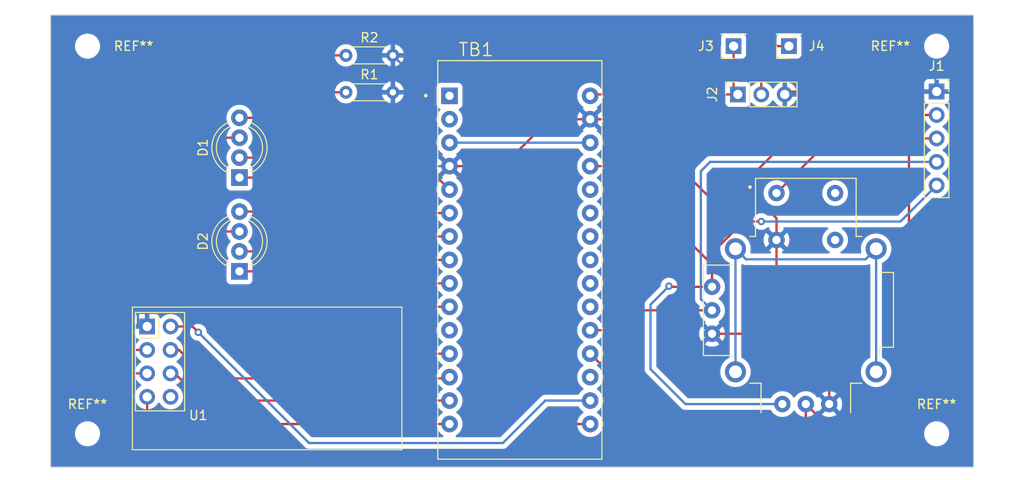
<source format=kicad_pcb>
(kicad_pcb (version 20221018) (generator pcbnew)
  (title_block (title "Chairable Controller") (date "2023-09-27") (rev "0"))
  (layers (0 "F.Cu" signal) (31 "B.Cu" signal) (34 "B.Paste" user) (35 "F.Paste" user) (36 "B.SilkS" user "B.Silkscreen") (37 "F.SilkS" user "F.Silkscreen") (38 "B.Mask" user) (39 "F.Mask" user) (44 "Edge.Cuts" user))
  (net 0 "")
  (net 1 "Net-(D1-BK)")
  (net 2 "Net-(D1-GK)")
  (net 3 "Net-(D1-A)")
  (net 4 "Net-(D1-RK)")
  (net 5 "Net-(D2-BK)")
  (net 6 "Net-(D2-GK)")
  (net 7 "Net-(D2-A)")
  (net 8 "Net-(D2-RK)")
  (net 9 "GND")
  (net 10 "Net-(TB1-3V3)")
  (net 11 "Net-(TB1-D9)")
  (net 12 "Net-(TB1-D10)")
  (net 13 "Net-(TB1-D13{slash}SCK)")
  (net 14 "Net-(TB1-D11{slash}MOSI)")
  (net 15 "Net-(TB1-D12{slash}MISO)")
  (net 19 "unconnected-(TB1-RESET-Pad28)")
  (net 22 "Net-(J1-Pin_2)")
  (net 29 "Net-(J1-Pin_3)")
  (net 30 "Net-(J1-Pin_4)")
  (net 31 "Net-(J2-Pin_1)")
  (net 32 "unconnected-(U2-SHIELD-PadS1)")
  (net 33 "Net-(J2-Pin_2)")
  (net 34 "Net-(J1-Pin_5)")
  (footprint "Connector_PinSocket_2.54mm:PinSocket_1x03_P2.54mm_Vertical" (layer "F.Cu") (at 108.46 78.23 90)
    (fp_text reference "J2" (at 0 -2.77 90) (layer "F.SilkS"))
    (fp_text value "Conn_01x03" hide)
    (fp_line (start -1.33 1.27) (end -1.33 6.41) (stroke (width 0.12)) (layer "F.SilkS"))
    (fp_line (start -1.33 1.27) (end 1.33 1.27) (stroke (width 0.12)) (layer "F.SilkS"))
    (fp_line (start -1.33 6.41) (end 1.33 6.41) (stroke (width 0.12)) (layer "F.SilkS"))
    (fp_line (start 0 -1.33) (end 1.33 -1.33) (stroke (width 0.12)) (layer "F.SilkS"))
    (fp_line (start 1.33 -1.33) (end 1.33 0) (stroke (width 0.12)) (layer "F.SilkS"))
    (fp_line (start 1.33 1.27) (end 1.33 6.41) (stroke (width 0.12)) (layer "F.SilkS"))
    (pad "1" thru_hole rect (at 0 0 90) (size 1.7 1.7) (drill 1) (layers "*.Cu" "*.Mask") (net 31 "Net-(J2-Pin_1)"))
    (pad "2" thru_hole oval (at 0 2.54 90) (size 1.7 1.7) (drill 1) (layers "*.Cu" "*.Mask") (net 33 "Net-(J2-Pin_2)"))
    (pad "3" thru_hole oval (at 0 5.08 90) (size 1.7 1.7) (drill 1) (layers "*.Cu" "*.Mask") (net 9 "GND"))
  )
  (footprint "MountingHole:MountingHole_2.2mm_M2" (layer "F.Cu") (at 130 115)
    (fp_text reference "REF**" (at 0 -3.2) (layer "F.SilkS"))
    (fp_text value "MountingHole_2.2mm_M2")
    (pad "" np_thru_hole circle (at 0 0) (size 2.2 2.2) (drill 2.2) (layers "*.Cu" "*.Mask"))
  )
  (footprint "Resistor_THT:R_Axial_DIN0204_L3.6mm_D1.6mm_P5.08mm_Horizontal" (layer "F.Cu") (at 66 78)
    (fp_text reference "R1" (at 2.54 -1.92) (layer "F.SilkS"))
    (fp_text value "R")
    (fp_line (start 0.62 -0.92) (end 4.46 -0.92) (stroke (width 0.12)) (layer "F.SilkS"))
    (fp_line (start 0.62 0.92) (end 4.46 0.92) (stroke (width 0.12)) (layer "F.SilkS"))
    (pad "1" thru_hole circle (at 0 0) (size 1.4 1.4) (drill 0.7) (layers "*.Cu" "*.Mask") (net 3 "Net-(D1-A)"))
    (pad "2" thru_hole oval (at 5.08 0) (size 1.4 1.4) (drill 0.7) (layers "*.Cu" "*.Mask") (net 9 "GND"))
  )
  (footprint "ARDUINO_NANO:SHIELD_ARDUINO_NANO" (layer "F.Cu") (at 84.8425 96.16)
    (fp_text reference "TB1" (at -4.755 -22.789) (layer "F.SilkS") (effects (font (size 1.4 1.4))))
    (fp_text value "ARDUINO_NANO")
    (fp_line (start -8.89 -21.59) (end 8.89 -21.59) (stroke (width 0.127)) (layer "F.SilkS"))
    (fp_line (start -8.89 21.59) (end -8.89 -21.59) (stroke (width 0.127)) (layer "F.SilkS"))
    (fp_line (start 8.89 -21.59) (end 8.89 21.59) (stroke (width 0.127)) (layer "F.SilkS"))
    (fp_line (start 8.89 21.59) (end -8.89 21.59) (stroke (width 0.127)) (layer "F.SilkS"))
    (fp_circle (center -10.2 -17.8) (end -10.1 -17.8) (stroke (width 0.2)) (fill none) (layer "F.SilkS"))
    (pad "1" thru_hole rect (at -7.62 -17.78) (size 1.8 1.8) (drill 0.9) (layers "*.Cu" "*.Mask"))
    (pad "2" thru_hole circle (at -7.62 -15.24) (size 1.8 1.8) (drill 0.9) (layers "*.Cu" "*.Mask"))
    (pad "3" thru_hole circle (at -7.62 -12.7) (size 1.8 1.8) (drill 0.9) (layers "*.Cu" "*.Mask") (net 19 "unconnected-(TB1-RESET-Pad28)"))
    (pad "4" thru_hole circle (at -7.62 -10.16) (size 1.8 1.8) (drill 0.9) (layers "*.Cu" "*.Mask") (net 9 "GND"))
    (pad "5" thru_hole circle (at -7.62 -7.62) (size 1.8 1.8) (drill 0.9) (layers "*.Cu" "*.Mask") (net 4 "Net-(D1-RK)"))
    (pad "6" thru_hole circle (at -7.62 -5.08) (size 1.8 1.8) (drill 0.9) (layers "*.Cu" "*.Mask") (net 2 "Net-(D1-GK)"))
    (pad "7" thru_hole circle (at -7.62 -2.54) (size 1.8 1.8) (drill 0.9) (layers "*.Cu" "*.Mask") (net 1 "Net-(D1-BK)"))
    (pad "8" thru_hole circle (at -7.62 0) (size 1.8 1.8) (drill 0.9) (layers "*.Cu" "*.Mask") (net 8 "Net-(D2-RK)"))
    (pad "9" thru_hole circle (at -7.62 2.54) (size 1.8 1.8) (drill 0.9) (layers "*.Cu" "*.Mask") (net 6 "Net-(D2-GK)"))
    (pad "10" thru_hole circle (at -7.62 5.08) (size 1.8 1.8) (drill 0.9) (layers "*.Cu" "*.Mask") (net 5 "Net-(D2-BK)"))
    (pad "11" thru_hole circle (at -7.62 7.62) (size 1.8 1.8) (drill 0.9) (layers "*.Cu" "*.Mask"))
    (pad "12" thru_hole circle (at -7.62 10.16) (size 1.8 1.8) (drill 0.9) (layers "*.Cu" "*.Mask") (net 11 "Net-(TB1-D9)"))
    (pad "13" thru_hole circle (at -7.62 12.7) (size 1.8 1.8) (drill 0.9) (layers "*.Cu" "*.Mask") (net 12 "Net-(TB1-D10)"))
    (pad "14" thru_hole circle (at -7.62 15.24) (size 1.8 1.8) (drill 0.9) (layers "*.Cu" "*.Mask") (net 14 "Net-(TB1-D11{slash}MOSI)"))
    (pad "15" thru_hole circle (at -7.62 17.78) (size 1.8 1.8) (drill 0.9) (layers "*.Cu" "*.Mask") (net 15 "Net-(TB1-D12{slash}MISO)"))
    (pad "16" thru_hole circle (at 7.62 17.78) (size 1.8 1.8) (drill 0.9) (layers "*.Cu" "*.Mask") (net 13 "Net-(TB1-D13{slash}SCK)"))
    (pad "17" thru_hole circle (at 7.62 15.24) (size 1.8 1.8) (drill 0.9) (layers "*.Cu" "*.Mask") (net 10 "Net-(TB1-3V3)"))
    (pad "18" thru_hole circle (at 7.62 12.7) (size 1.8 1.8) (drill 0.9) (layers "*.Cu" "*.Mask"))
    (pad "19" thru_hole circle (at 7.62 10.16) (size 1.8 1.8) (drill 0.9) (layers "*.Cu" "*.Mask") (net 29 "Net-(J1-Pin_3)"))
    (pad "20" thru_hole circle (at 7.62 7.62) (size 1.8 1.8) (drill 0.9) (layers "*.Cu" "*.Mask") (net 30 "Net-(J1-Pin_4)"))
    (pad "21" thru_hole circle (at 7.62 5.08) (size 1.8 1.8) (drill 0.9) (layers "*.Cu" "*.Mask"))
    (pad "22" thru_hole circle (at 7.62 2.54) (size 1.8 1.8) (drill 0.9) (layers "*.Cu" "*.Mask"))
    (pad "23" thru_hole circle (at 7.62 0) (size 1.8 1.8) (drill 0.9) (layers "*.Cu" "*.Mask"))
    (pad "24" thru_hole circle (at 7.62 -2.54) (size 1.8 1.8) (drill 0.9) (layers "*.Cu" "*.Mask"))
    (pad "25" thru_hole circle (at 7.62 -5.08) (size 1.8 1.8) (drill 0.9) (layers "*.Cu" "*.Mask"))
    (pad "26" thru_hole circle (at 7.62 -7.62) (size 1.8 1.8) (drill 0.9) (layers "*.Cu" "*.Mask"))
    (pad "27" thru_hole circle (at 7.62 -10.16) (size 1.8 1.8) (drill 0.9) (layers "*.Cu" "*.Mask") (net 34 "Net-(J1-Pin_5)"))
    (pad "28" thru_hole circle (at 7.62 -12.7) (size 1.8 1.8) (drill 0.9) (layers "*.Cu" "*.Mask") (net 19 "unconnected-(TB1-RESET-Pad28)"))
    (pad "29" thru_hole circle (at 7.62 -15.24) (size 1.8 1.8) (drill 0.9) (layers "*.Cu" "*.Mask") (net 9 "GND"))
    (pad "30" thru_hole circle (at 7.62 -17.78) (size 1.8 1.8) (drill 0.9) (layers "*.Cu" "*.Mask") (net 31 "Net-(J2-Pin_1)"))
  )
  (footprint "COM-09032:XDCR_COM-09032" (layer "F.Cu") (at 115.825 101.62)
    (fp_text reference "U2" hide)
    (fp_text value "COM-09032")
    (fp_line (start -11.1 -4.9) (end -7.95 -4.9) (stroke (width 0.127)) (layer "F.SilkS"))
    (fp_line (start -11.1 4.9) (end -11.1 -4.9) (stroke (width 0.127)) (layer "F.SilkS"))
    (fp_line (start -7.95 4.9) (end -11.1 4.9) (stroke (width 0.127)) (layer "F.SilkS"))
    (fp_line (start -7.95 5.17) (end -7.95 4.9) (stroke (width 0.127)) (layer "F.SilkS"))
    (fp_line (start -6.07 -8) (end -5.45 -8) (stroke (width 0.127)) (layer "F.SilkS"))
    (fp_line (start -5.45 -14.3) (end 5.45 -14.3) (stroke (width 0.127)) (layer "F.SilkS"))
    (fp_line (start -5.45 -8) (end -5.45 -14.3) (stroke (width 0.127)) (layer "F.SilkS"))
    (fp_line (start -4.85 7.9) (end -6.07 7.9) (stroke (width 0.127)) (layer "F.SilkS"))
    (fp_line (start -4.85 11.1) (end -4.85 7.9) (stroke (width 0.127)) (layer "F.SilkS"))
    (fp_line (start 4.85 7.9) (end 4.85 11.1) (stroke (width 0.127)) (layer "F.SilkS"))
    (fp_line (start 5.45 -14.3) (end 5.45 -8) (stroke (width 0.127)) (layer "F.SilkS"))
    (fp_line (start 5.45 -8) (end 6.08 -8) (stroke (width 0.127)) (layer "F.SilkS"))
    (fp_line (start 6.08 7.9) (end 4.85 7.9) (stroke (width 0.127)) (layer "F.SilkS"))
    (fp_line (start 7.95 -4.1) (end 9.5 -4.1) (stroke (width 0.127)) (layer "F.SilkS"))
    (fp_line (start 7.95 4) (end 7.95 5.12) (stroke (width 0.127)) (layer "F.SilkS"))
    (fp_line (start 9.5 -4.1) (end 9.5 4) (stroke (width 0.127)) (layer "F.SilkS"))
    (fp_line (start 9.5 4) (end 7.95 4) (stroke (width 0.127)) (layer "F.SilkS"))
    (fp_circle (center -6.05 -13.35) (end -5.95 -13.35) (stroke (width 0.2)) (fill none) (layer "F.SilkS"))
    (pad "B1A" thru_hole circle (at -3.175 -12.7) (size 1.778 1.778) (drill 0.9) (layers "*.Cu" "*.Mask") (net 22 "Net-(J1-Pin_2)"))
    (pad "B1B" thru_hole circle (at 3.175 -12.7) (size 1.778 1.778) (drill 0.9) (layers "*.Cu" "*.Mask"))
    (pad "B2A" thru_hole circle (at -3.175 -7.62) (size 1.778 1.778) (drill 0.9) (layers "*.Cu" "*.Mask") (net 9 "GND"))
    (pad "B2B" thru_hole circle (at 3.175 -7.62) (size 1.778 1.778) (drill 0.9) (layers "*.Cu" "*.Mask"))
    (pad "H1" thru_hole circle (at -2.54 10.16) (size 1.778 1.778) (drill 0.889) (layers "*.Cu" "*.Mask") (net 34 "Net-(J1-Pin_5)"))
    (pad "H2" thru_hole circle (at 0 10.16) (size 1.778 1.778) (drill 0.889) (layers "*.Cu" "*.Mask") (net 29 "Net-(J1-Pin_3)"))
    (pad "H3" thru_hole circle (at 2.54 10.16) (size 1.778 1.778) (drill 0.889) (layers "*.Cu" "*.Mask") (net 9 "GND"))
    (pad "S1" thru_hole circle (at -7.62 -6.6675) (size 2.286 2.286) (drill 1.397) (layers "*.Cu" "*.Mask") (net 32 "unconnected-(U2-SHIELD-PadS1)"))
    (pad "S2" thru_hole circle (at -7.62 6.6675) (size 2.286 2.286) (drill 1.397) (layers "*.Cu" "*.Mask") (net 32 "unconnected-(U2-SHIELD-PadS1)"))
    (pad "S3" thru_hole circle (at 7.62 6.6675) (size 2.286 2.286) (drill 1.397) (layers "*.Cu" "*.Mask") (net 32 "unconnected-(U2-SHIELD-PadS1)"))
    (pad "S4" thru_hole circle (at 7.62 -6.6675) (size 2.286 2.286) (drill 1.397) (layers "*.Cu" "*.Mask") (net 32 "unconnected-(U2-SHIELD-PadS1)"))
    (pad "V1" thru_hole circle (at -10.16 -2.54) (size 1.778 1.778) (drill 0.889) (layers "*.Cu" "*.Mask") (net 34 "Net-(J1-Pin_5)"))
    (pad "V2" thru_hole circle (at -10.16 0) (size 1.778 1.778) (drill 0.889) (layers "*.Cu" "*.Mask") (net 30 "Net-(J1-Pin_4)"))
    (pad "V3" thru_hole circle (at -10.16 2.54) (size 1.778 1.778) (drill 0.889) (layers "*.Cu" "*.Mask") (net 9 "GND"))
  )
  (footprint "Connector_PinSocket_2.54mm:PinSocket_1x01_P2.54mm_Vertical" (layer "F.Cu") (at 114 73 180)
    (fp_text reference "J4" (at -3 0) (layer "F.SilkS"))
    (fp_text value "Conn_01x01")
    (fp_line (start -1.33 1.21) (end -1.33 1.33) (stroke (width 0.12)) (layer "F.SilkS"))
    (fp_line (start -1.33 1.33) (end 1.33 1.33) (stroke (width 0.12)) (layer "F.SilkS"))
    (fp_line (start 0 -1.33) (end 1.33 -1.33) (stroke (width 0.12)) (layer "F.SilkS"))
    (fp_line (start 1.33 -1.33) (end 1.33 0) (stroke (width 0.12)) (layer "F.SilkS"))
    (fp_line (start 1.33 1.21) (end 1.33 1.33) (stroke (width 0.12)) (layer "F.SilkS"))
    (pad "1" thru_hole rect (at 0 0 180) (size 1.7 1.7) (drill 1) (layers "*.Cu" "*.Mask") (net 33 "Net-(J2-Pin_2)"))
  )
  (footprint "Connector_PinSocket_2.54mm:PinSocket_1x05_P2.54mm_Vertical" (layer "F.Cu") (at 130 77.92)
    (fp_text reference "J1" (at 0 -2.77) (layer "F.SilkS"))
    (fp_text value "Conn_01x05")
    (fp_line (start -1.33 1.27) (end -1.33 11.49) (stroke (width 0.12)) (layer "F.SilkS"))
    (fp_line (start -1.33 1.27) (end 1.33 1.27) (stroke (width 0.12)) (layer "F.SilkS"))
    (fp_line (start -1.33 11.49) (end 1.33 11.49) (stroke (width 0.12)) (layer "F.SilkS"))
    (fp_line (start 0 -1.33) (end 1.33 -1.33) (stroke (width 0.12)) (layer "F.SilkS"))
    (fp_line (start 1.33 -1.33) (end 1.33 0) (stroke (width 0.12)) (layer "F.SilkS"))
    (fp_line (start 1.33 1.27) (end 1.33 11.49) (stroke (width 0.12)) (layer "F.SilkS"))
    (pad "1" thru_hole rect (at 0 0) (size 1.7 1.7) (drill 1) (layers "*.Cu" "*.Mask") (net 9 "GND"))
    (pad "2" thru_hole oval (at 0 2.54) (size 1.7 1.7) (drill 1) (layers "*.Cu" "*.Mask") (net 22 "Net-(J1-Pin_2)"))
    (pad "3" thru_hole oval (at 0 5.08) (size 1.7 1.7) (drill 1) (layers "*.Cu" "*.Mask") (net 29 "Net-(J1-Pin_3)"))
    (pad "4" thru_hole oval (at 0 7.62) (size 1.7 1.7) (drill 1) (layers "*.Cu" "*.Mask") (net 30 "Net-(J1-Pin_4)"))
    (pad "5" thru_hole oval (at 0 10.16) (size 1.7 1.7) (drill 1) (layers "*.Cu" "*.Mask") (net 34 "Net-(J1-Pin_5)"))
  )
  (footprint "Resistor_THT:R_Axial_DIN0204_L3.6mm_D1.6mm_P5.08mm_Horizontal" (layer "F.Cu") (at 66 74)
    (fp_text reference "R2" (at 2.54 -1.92) (layer "F.SilkS"))
    (fp_text value "R")
    (fp_line (start 0.62 -0.92) (end 4.46 -0.92) (stroke (width 0.12)) (layer "F.SilkS"))
    (fp_line (start 0.62 0.92) (end 4.46 0.92) (stroke (width 0.12)) (layer "F.SilkS"))
    (pad "1" thru_hole circle (at 0 0) (size 1.4 1.4) (drill 0.7) (layers "*.Cu" "*.Mask") (net 7 "Net-(D2-A)"))
    (pad "2" thru_hole oval (at 5.08 0) (size 1.4 1.4) (drill 0.7) (layers "*.Cu" "*.Mask") (net 9 "GND"))
  )
  (footprint "LED_THT:LED_D5.0mm-4_RGB_Wide_Pins" (layer "F.Cu") (at 54.4625 87.24 90)
    (fp_text reference "D1" (at 3.2385 -3.96 90) (layer "F.SilkS"))
    (fp_text value "LED_BGAR")
    (fp_line (start 0.6785 -1.545) (end 0.6785 -1.08) (stroke (width 0.12)) (layer "F.SilkS"))
    (fp_line (start 0.6785 1.08) (end 0.6785 1.545) (stroke (width 0.12)) (layer "F.SilkS"))
    (fp_arc (start 0.6785 -1.54483) (mid 3.496956 -2.978809) (end 6.026315 -1.080827) (stroke (width 0.12)) (layer "F.SilkS"))
    (fp_arc (start 0.983816 -1.08) (mid 3.238262 -2.5) (end 5.492979 -1.080429) (stroke (width 0.12)) (layer "F.SilkS"))
    (fp_arc (start 5.492979 1.080429) (mid 3.238262 2.5) (end 0.983816 1.08) (stroke (width 0.12)) (layer "F.SilkS"))
    (fp_arc (start 6.026315 1.080827) (mid 3.496956 2.978808) (end 0.6785 1.54483) (stroke (width 0.12)) (layer "F.SilkS"))
    (pad "1" thru_hole rect (at 0 0 90) (size 1.8 1.8) (drill 0.9) (layers "*.Cu" "*.Mask") (net 1 "Net-(D1-BK)"))
    (pad "2" thru_hole circle (at 2.159 0 90) (size 1.8 1.8) (drill 0.9) (layers "*.Cu" "*.Mask") (net 2 "Net-(D1-GK)"))
    (pad "3" thru_hole circle (at 4.318 0 90) (size 1.8 1.8) (drill 0.9) (layers "*.Cu" "*.Mask") (net 3 "Net-(D1-A)"))
    (pad "4" thru_hole circle (at 6.477 0 90) (size 1.8 1.8) (drill 0.9) (layers "*.Cu" "*.Mask") (net 4 "Net-(D1-RK)"))
  )
  (footprint "Connector_PinSocket_2.54mm:PinSocket_1x01_P2.54mm_Vertical" (layer "F.Cu") (at 108 73 180)
    (fp_text reference "J3" (at 3 0) (layer "F.SilkS"))
    (fp_text value "Conn_01x01")
    (fp_line (start -1.33 1.21) (end -1.33 1.33) (stroke (width 0.12)) (layer "F.SilkS"))
    (fp_line (start -1.33 1.33) (end 1.33 1.33) (stroke (width 0.12)) (layer "F.SilkS"))
    (fp_line (start 0 -1.33) (end 1.33 -1.33) (stroke (width 0.12)) (layer "F.SilkS"))
    (fp_line (start 1.33 -1.33) (end 1.33 0) (stroke (width 0.12)) (layer "F.SilkS"))
    (fp_line (start 1.33 1.21) (end 1.33 1.33) (stroke (width 0.12)) (layer "F.SilkS"))
    (pad "1" thru_hole rect (at 0 0 180) (size 1.7 1.7) (drill 1) (layers "*.Cu" "*.Mask") (net 31 "Net-(J2-Pin_1)"))
  )
  (footprint "LED_THT:LED_D5.0mm-4_RGB_Wide_Pins" (layer "F.Cu") (at 54.4625 97.399 90)
    (fp_text reference "D2" (at 3.2385 -3.96 90) (layer "F.SilkS"))
    (fp_text value "LED_BGAR")
    (fp_line (start 0.6785 -1.545) (end 0.6785 -1.08) (stroke (width 0.12)) (layer "F.SilkS"))
    (fp_line (start 0.6785 1.08) (end 0.6785 1.545) (stroke (width 0.12)) (layer "F.SilkS"))
    (fp_arc (start 0.6785 -1.54483) (mid 3.496956 -2.978809) (end 6.026315 -1.080827) (stroke (width 0.12)) (layer "F.SilkS"))
    (fp_arc (start 0.983816 -1.08) (mid 3.238262 -2.5) (end 5.492979 -1.080429) (stroke (width 0.12)) (layer "F.SilkS"))
    (fp_arc (start 5.492979 1.080429) (mid 3.238262 2.5) (end 0.983816 1.08) (stroke (width 0.12)) (layer "F.SilkS"))
    (fp_arc (start 6.026315 1.080827) (mid 3.496956 2.978808) (end 0.6785 1.54483) (stroke (width 0.12)) (layer "F.SilkS"))
    (pad "1" thru_hole rect (at 0 0 90) (size 1.8 1.8) (drill 0.9) (layers "*.Cu" "*.Mask") (net 5 "Net-(D2-BK)"))
    (pad "2" thru_hole circle (at 2.159 0 90) (size 1.8 1.8) (drill 0.9) (layers "*.Cu" "*.Mask") (net 6 "Net-(D2-GK)"))
    (pad "3" thru_hole circle (at 4.318 0 90) (size 1.8 1.8) (drill 0.9) (layers "*.Cu" "*.Mask") (net 7 "Net-(D2-A)"))
    (pad "4" thru_hole circle (at 6.477 0 90) (size 1.8 1.8) (drill 0.9) (layers "*.Cu" "*.Mask") (net 8 "Net-(D2-RK)"))
  )
  (footprint "MountingHole:MountingHole_2.2mm_M2" (layer "F.Cu") (at 38 115)
    (fp_text reference "REF**" (at 0 -3.2) (layer "F.SilkS"))
    (fp_text value "MountingHole_2.2mm_M2")
    (pad "" np_thru_hole circle (at 0 0) (size 2.2 2.2) (drill 2.2) (layers "*.Cu" "*.Mask"))
  )
  (footprint "MountingHole:MountingHole_2.2mm_M2" (layer "F.Cu") (at 130 73)
    (fp_text reference "REF**" (at -5 0) (layer "F.SilkS"))
    (fp_text value "MountingHole_2.2mm_M2")
    (pad "" np_thru_hole circle (at 0 0) (size 2.2 2.2) (drill 2.2) (layers "*.Cu" "*.Mask"))
  )
  (footprint "RF_Module:nRF24L01_Breakout" (layer "F.Cu") (at 44.46 103.375)
    (fp_text reference "U1" (at 5.54 9.625) (layer "F.SilkS"))
    (fp_text value "NRF24L01_Breakout")
    (fp_line (start -1.6 -2.1) (end -1.6 -2.1) (stroke (width 0.12)) (layer "F.SilkS"))
    (fp_line (start -1.6 -2.1) (end 27.6 -2.1) (stroke (width 0.12)) (layer "F.SilkS"))
    (fp_line (start -1.6 13.35) (end -1.6 -2.1) (stroke (width 0.12)) (layer "F.SilkS"))
    (fp_line (start -1.27 -1.524) (end -1.27 -1.524) (stroke (width 0.12)) (layer "F.SilkS"))
    (fp_line (start -1.27 -1.524) (end 4.064 -1.524) (stroke (width 0.12)) (layer "F.SilkS"))
    (fp_line (start -1.27 9.144) (end -1.27 -1.524) (stroke (width 0.12)) (layer "F.SilkS"))
    (fp_line (start -1.27 9.144) (end -1.27 9.144) (stroke (width 0.12)) (layer "F.SilkS"))
    (fp_line (start -1.016 1.27) (end -1.016 1.27) (stroke (width 0.12)) (layer "F.SilkS"))
    (fp_line (start 1.27 -1.016) (end 1.27 1.27) (stroke (width 0.12)) (layer "F.SilkS"))
    (fp_line (start 1.27 1.27) (end -1.016 1.27) (stroke (width 0.12)) (layer "F.SilkS"))
    (fp_line (start 4.064 -1.524) (end 4.064 9.144) (stroke (width 0.12)) (layer "F.SilkS"))
    (fp_line (start 4.064 9.144) (end -1.27 9.144) (stroke (width 0.12)) (layer "F.SilkS"))
    (fp_line (start 27.6 -2.1) (end 27.6 13.35) (stroke (width 0.12)) (layer "F.SilkS"))
    (fp_line (start 27.6 13.35) (end -1.6 13.35) (stroke (width 0.12)) (layer "F.SilkS"))
    (pad "1" thru_hole rect (at 0 0) (size 1.7 1.7) (drill 1) (layers "*.Cu" "*.Mask") (net 9 "GND"))
    (pad "2" thru_hole circle (at 2.54 0) (size 1.7 1.7) (drill 1) (layers "*.Cu" "*.Mask") (net 10 "Net-(TB1-3V3)"))
    (pad "3" thru_hole circle (at 0 2.54) (size 1.7 1.7) (drill 1) (layers "*.Cu" "*.Mask") (net 11 "Net-(TB1-D9)"))
    (pad "4" thru_hole circle (at 2.54 2.54) (size 1.7 1.7) (drill 1) (layers "*.Cu" "*.Mask") (net 12 "Net-(TB1-D10)"))
    (pad "5" thru_hole circle (at 0 5.08) (size 1.7 1.7) (drill 1) (layers "*.Cu" "*.Mask") (net 13 "Net-(TB1-D13{slash}SCK)"))
    (pad "6" thru_hole circle (at 2.54 5.08) (size 1.7 1.7) (drill 1) (layers "*.Cu" "*.Mask") (net 14 "Net-(TB1-D11{slash}MOSI)"))
    (pad "7" thru_hole circle (at 0 7.62) (size 1.7 1.7) (drill 1) (layers "*.Cu" "*.Mask") (net 15 "Net-(TB1-D12{slash}MISO)"))
    (pad "8" thru_hole circle (at 2.54 7.62) (size 1.7 1.7) (drill 1) (layers "*.Cu" "*.Mask"))
  )
  (footprint "MountingHole:MountingHole_2.2mm_M2" (layer "F.Cu") (at 38 73)
    (fp_text reference "REF**" (at 5 0) (layer "F.SilkS"))
    (fp_text value "MountingHole_2.2mm_M2")
    (pad "" np_thru_hole circle (at 0 0) (size 2.2 2.2) (drill 2.2) (layers "*.Cu" "*.Mask"))
  )
  (gr_rect (start 34 69.62) (end 134 118.62) (stroke (width 0.1)) (fill none) (layer "Edge.Cuts"))
  (segment (start 67.24 87.24) (end 73.62 93.62) (width 0.25) (layer "F.Cu") (net 1))
  (segment (start 54.4625 87.24) (end 67.24 87.24) (width 0.25) (layer "F.Cu") (net 1))
  (segment (start 73.62 93.62) (end 77.2225 93.62) (width 0.25) (layer "F.Cu") (net 1))
  (segment (start 74.08 91.08) (end 77.2225 91.08) (width 0.25) (layer "F.Cu") (net 2))
  (segment (start 54.4625 85.081) (end 68.081 85.081) (width 0.25) (layer "F.Cu") (net 2))
  (segment (start 68.081 85.081) (end 74.08 91.08) (width 0.25) (layer "F.Cu") (net 2))
  (segment (start 50.4625 82.922) (end 49.4625 81.922) (width 0.25) (layer "F.Cu") (net 3))
  (segment (start 66 78) (end 50.4625 78) (width 0.25) (layer "F.Cu") (net 3))
  (segment (start 49.4625 81.922) (end 49.4625 79) (width 0.25) (layer "F.Cu") (net 3))
  (segment (start 54.4625 82.922) (end 50.4625 82.922) (width 0.25) (layer "F.Cu") (net 3))
  (segment (start 50.4625 78) (end 49.4625 79) (width 0.25) (layer "F.Cu") (net 3))
  (segment (start 54.4625 80.763) (end 61.763 80.763) (width 0.25) (layer "F.Cu") (net 4))
  (segment (start 70.6825 82) (end 77.2225 88.54) (width 0.25) (layer "F.Cu") (net 4))
  (segment (start 63 82) (end 70.6825 82) (width 0.25) (layer "F.Cu") (net 4))
  (segment (start 61.763 80.763) (end 63 82) (width 0.25) (layer "F.Cu") (net 4))
  (segment (start 70.24 101.24) (end 77.2225 101.24) (width 0.25) (layer "F.Cu") (net 5))
  (segment (start 54.4625 97.399) (end 66.399 97.399) (width 0.25) (layer "F.Cu") (net 5))
  (segment (start 66.399 97.399) (end 70.24 101.24) (width 0.25) (layer "F.Cu") (net 5))
  (segment (start 54.4625 95.24) (end 69.24 95.24) (width 0.25) (layer "F.Cu") (net 6))
  (segment (start 69.24 95.24) (end 72.7 98.7) (width 0.25) (layer "F.Cu") (net 6))
  (segment (start 72.7 98.7) (end 77.2225 98.7) (width 0.25) (layer "F.Cu") (net 6))
  (segment (start 50.6215 93.081) (end 54.4625 93.081) (width 0.25) (layer "F.Cu") (net 7))
  (segment (start 48 90.4595) (end 50.6215 93.081) (width 0.25) (layer "F.Cu") (net 7))
  (segment (start 48 78) (end 48 90.4595) (width 0.25) (layer "F.Cu") (net 7))
  (segment (start 52 74) (end 48 78) (width 0.25) (layer "F.Cu") (net 7))
  (segment (start 66 74) (end 52 74) (width 0.25) (layer "F.Cu") (net 7))
  (segment (start 67.922 90.922) (end 73.16 96.16) (width 0.25) (layer "F.Cu") (net 8))
  (segment (start 54.4625 90.922) (end 67.922 90.922) (width 0.25) (layer "F.Cu") (net 8))
  (segment (start 73.16 96.16) (end 77.2225 96.16) (width 0.25) (layer "F.Cu") (net 8))
  (segment (start 96.92 80.92) (end 92.4625 80.92) (width 0.25) (layer "F.Cu") (net 9))
  (segment (start 112.65 91.65) (end 111 90) (width 0.25) (layer "F.Cu") (net 9))
  (segment (start 88.08 80.92) (end 92.4625 80.92) (width 0.25) (layer "F.Cu") (net 9))
  (segment (start 118.365 104.365) (end 115 101) (width 0.25) (layer "F.Cu") (net 9))
  (segment (start 130 77.92) (end 113.85 77.92) (width 0.25) (layer "F.Cu") (net 9))
  (segment (start 118.365 111.78) (end 118.365 104.365) (width 0.25) (layer "F.Cu") (net 9))
  (segment (start 113.54 83.46) (end 113.54 78.23) (width 0.25) (layer "F.Cu") (net 9))
  (segment (start 115 101) (end 112.65 101) (width 0.25) (layer "F.Cu") (net 9))
  (segment (start 111 90) (end 107 90) (width 0.25) (layer "F.Cu") (net 9))
  (segment (start 77.2225 86) (end 83 86) (width 0.25) (layer "F.Cu") (net 9))
  (segment (start 106 90) (end 96.92 80.92) (width 0.25) (layer "F.Cu") (net 9))
  (segment (start 112.65 94) (end 112.65 91.65) (width 0.25) (layer "F.Cu") (net 9))
  (segment (start 83 86) (end 88.08 80.92) (width 0.25) (layer "F.Cu") (net 9))
  (segment (start 112.65 101) (end 112.65 94) (width 0.25) (layer "F.Cu") (net 9))
  (segment (start 105.665 104.16) (end 110.84 104.16) (width 0.25) (layer "F.Cu") (net 9))
  (segment (start 107 90) (end 113.54 83.46) (width 0.25) (layer "F.Cu") (net 9))
  (segment (start 107 90) (end 106 90) (width 0.25) (layer "F.Cu") (net 9))
  (segment (start 113.85 77.92) (end 113.54 78.23) (width 0.25) (layer "F.Cu") (net 9))
  (segment (start 112.65 102.35) (end 112.65 101) (width 0.25) (layer "F.Cu") (net 9))
  (segment (start 110.84 104.16) (end 112.65 102.35) (width 0.25) (layer "F.Cu") (net 9))
  (segment (start 66 95) (end 66 90) (width 0.25) (layer "B.Cu") (net 9))
  (segment (start 71 86) (end 74 86) (width 0.25) (layer "B.Cu") (net 9))
  (segment (start 71.08 74) (end 74 76.92) (width 0.25) (layer "B.Cu") (net 9))
  (segment (start 43.46 100.74875) (end 44.20875 100) (width 0.25) (layer "B.Cu") (net 9))
  (segment (start 71.08 78) (end 71.08 85.92) (width 0.25) (layer "B.Cu") (net 9))
  (segment (start 74 76.92) (end 74 86) (width 0.25) (layer "B.Cu") (net 9))
  (segment (start 70 86) (end 71 86) (width 0.25) (layer "B.Cu") (net 9))
  (segment (start 61 100) (end 66 95) (width 0.25) (layer "B.Cu") (net 9))
  (segment (start 74 86) (end 77.2225 86) (width 0.25) (layer "B.Cu") (net 9))
  (segment (start 66 90) (end 70 86) (width 0.25) (layer "B.Cu") (net 9))
  (segment (start 44.20875 100) (end 61 100) (width 0.25) (layer "B.Cu") (net 9))
  (segment (start 43.46 103.375) (end 43.46 100.74875) (width 0.25) (layer "B.Cu") (net 9))
  (segment (start 71.08 85.92) (end 71 86) (width 0.25) (layer "B.Cu") (net 9))
  (segment (start 47 103.375) (end 49.375 103.375) (width 0.25) (layer "F.Cu") (net 10))
  (segment (start 49.375 103.375) (end 50 104) (width 0.25) (layer "F.Cu") (net 10))
  (via (at 50 104) (size 0.8) (drill 0.4) (layers "F.Cu" "B.Cu") (net 10))
  (segment (start 50 104) (end 62 116) (width 0.25) (layer "B.Cu") (net 10))
  (segment (start 62 116) (end 83 116) (width 0.25) (layer "B.Cu") (net 10))
  (segment (start 87.6 111.4) (end 92.4625 111.4) (width 0.25) (layer "B.Cu") (net 10))
  (segment (start 83 116) (end 87.6 111.4) (width 0.25) (layer "B.Cu") (net 10))
  (segment (start 42 100) (end 43 99) (width 0.25) (layer "F.Cu") (net 11))
  (segment (start 43 99) (end 63 99) (width 0.25) (layer "F.Cu") (net 11))
  (segment (start 70.32 106.32) (end 77.2225 106.32) (width 0.25) (layer "F.Cu") (net 11))
  (segment (start 44.46 105.915) (end 43 105.915) (width 0.25) (layer "F.Cu") (net 11))
  (segment (start 43 105.915) (end 42 104.915) (width 0.25) (layer "F.Cu") (net 11))
  (segment (start 63 99) (end 70.32 106.32) (width 0.25) (layer "F.Cu") (net 11))
  (segment (start 42 104.915) (end 42 100) (width 0.25) (layer "F.Cu") (net 11))
  (segment (start 47.915 105.915) (end 47 105.915) (width 0.25) (layer "F.Cu") (net 12))
  (segment (start 77.2225 108.86) (end 77.0825 109) (width 0.25) (layer "F.Cu") (net 12))
  (segment (start 51 109) (end 47.915 105.915) (width 0.25) (layer "F.Cu") (net 12))
  (segment (start 77.0825 109) (end 51 109) (width 0.25) (layer "F.Cu") (net 12))
  (segment (start 42.545 108.455) (end 44.46 108.455) (width 0.25) (layer "F.Cu") (net 13))
  (segment (start 89.06 113.94) (end 86 117) (width 0.25) (layer "F.Cu") (net 13))
  (segment (start 50 116) (end 43 116) (width 0.25) (layer "F.Cu") (net 13))
  (segment (start 86 117) (end 51 117) (width 0.25) (layer "F.Cu") (net 13))
  (segment (start 43 116) (end 42 115) (width 0.25) (layer "F.Cu") (net 13))
  (segment (start 51 117) (end 50 116) (width 0.25) (layer "F.Cu") (net 13))
  (segment (start 42 115) (end 42 109) (width 0.25) (layer "F.Cu") (net 13))
  (segment (start 92.4625 113.94) (end 89.06 113.94) (width 0.25) (layer "F.Cu") (net 13))
  (segment (start 42 109) (end 42.545 108.455) (width 0.25) (layer "F.Cu") (net 13))
  (segment (start 50.4 111.4) (end 77.2225 111.4) (width 0.25) (layer "F.Cu") (net 14))
  (segment (start 47 108.455) (end 47.455 108.455) (width 0.25) (layer "F.Cu") (net 14))
  (segment (start 47.455 108.455) (end 50.4 111.4) (width 0.25) (layer "F.Cu") (net 14))
  (segment (start 44.46 113.46) (end 44.94 113.94) (width 0.25) (layer "F.Cu") (net 15))
  (segment (start 44.94 113.94) (end 77.2225 113.94) (width 0.25) (layer "F.Cu") (net 15))
  (segment (start 44.46 110.995) (end 44.46 113.46) (width 0.25) (layer "F.Cu") (net 15))
  (segment (start 77.2225 83.46) (end 92.4625 83.46) (width 0.25) (layer "B.Cu") (net 19))
  (segment (start 121.11 80.46) (end 130 80.46) (width 0.25) (layer "F.Cu") (net 22))
  (segment (start 112.65 88.92) (end 121.11 80.46) (width 0.25) (layer "F.Cu") (net 22))
  (segment (start 115.825 111.78) (end 118.045 114) (width 0.25) (layer "F.Cu") (net 29))
  (segment (start 118.045 114) (end 126 114) (width 0.25) (layer "F.Cu") (net 29))
  (segment (start 127 113) (end 127 84) (width 0.25) (layer "F.Cu") (net 29))
  (segment (start 127 84) (end 128 83) (width 0.25) (layer "F.Cu") (net 29))
  (segment (start 114 115) (end 101.1425 115) (width 0.25) (layer "F.Cu") (net 29))
  (segment (start 126 114) (end 127 113) (width 0.25) (layer "F.Cu") (net 29))
  (segment (start 115.825 113.175) (end 114 115) (width 0.25) (layer "F.Cu") (net 29))
  (segment (start 101.1425 115) (end 92.4625 106.32) (width 0.25) (layer "F.Cu") (net 29))
  (segment (start 115.825 111.78) (end 115.825 113.175) (width 0.25) (layer "F.Cu") (net 29))
  (segment (start 128 83) (end 130 83) (width 0.25) (layer "F.Cu") (net 29))
  (segment (start 97.38 101.62) (end 105.665 101.62) (width 0.25) (layer "F.Cu") (net 30))
  (segment (start 95.22 103.78) (end 97.38 101.62) (width 0.25) (layer "F.Cu") (net 30))
  (segment (start 92.4625 103.78) (end 95.22 103.78) (width 0.25) (layer "F.Cu") (net 30))
  (segment (start 105.665 101.62) (end 104.451 100.406) (width 0.25) (layer "B.Cu") (net 30))
  (segment (start 104.451 86.549) (end 105.46 85.54) (width 0.25) (layer "B.Cu") (net 30))
  (segment (start 105.46 85.54) (end 130 85.54) (width 0.25) (layer "B.Cu") (net 30))
  (segment (start 104.451 100.406) (end 104.451 86.549) (width 0.25) (layer "B.Cu") (net 30))
  (segment (start 108 73) (end 108 77.77) (width 0.25) (layer "F.Cu") (net 31))
  (segment (start 108.46 78.23) (end 92.6125 78.23) (width 0.25) (layer "F.Cu") (net 31))
  (segment (start 92.6125 78.23) (end 92.4625 78.38) (width 0.25) (layer "F.Cu") (net 31))
  (segment (start 108 77.77) (end 108.46 78.23) (width 0.25) (layer "F.Cu") (net 31))
  (segment (start 109.348 96.0955) (end 122.302 96.0955) (width 0.25) (layer "B.Cu") (net 32))
  (segment (start 123.445 94.9525) (end 123.445 108.2875) (width 0.25) (layer "B.Cu") (net 32))
  (segment (start 108.205 108.2875) (end 108.205 94.9525) (width 0.25) (layer "B.Cu") (net 32))
  (segment (start 122.302 96.0955) (end 123.445 94.9525) (width 0.25) (layer "B.Cu") (net 32))
  (segment (start 108.205 94.9525) (end 109.348 96.0955) (width 0.25) (layer "B.Cu") (net 32))
  (segment (start 114 73) (end 112 73) (width 0.25) (layer "F.Cu") (net 33))
  (segment (start 112 73) (end 111 74) (width 0.25) (layer "F.Cu") (net 33))
  (segment (start 111 74) (end 111 78.23) (width 0.25) (layer "F.Cu") (net 33))
  (segment (start 99 86) (end 92.4625 86) (width 0.25) (layer "F.Cu") (net 34))
  (segment (start 105.665 99.08) (end 101.08 99.08) (width 0.25) (layer "F.Cu") (net 34))
  (segment (start 100 91) (end 100 87) (width 0.25) (layer "F.Cu") (net 34))
  (segment (start 101.08 99.08) (end 101 99) (width 0.25) (layer "F.Cu") (net 34))
  (segment (start 100 87) (end 99 86) (width 0.25) (layer "F.Cu") (net 34))
  (segment (start 105.665 96.665) (end 100 91) (width 0.25) (layer "F.Cu") (net 34))
  (segment (start 105.665 95.416434) (end 109.081434 92) (width 0.25) (layer "F.Cu") (net 34))
  (segment (start 105.665 99.08) (end 105.665 96.665) (width 0.25) (layer "F.Cu") (net 34))
  (segment (start 105.665 96.665) (end 105.665 95.416434) (width 0.25) (layer "F.Cu") (net 34))
  (segment (start 109.081434 92) (end 111 92) (width 0.25) (layer "F.Cu") (net 34))
  (via (at 101 99) (size 0.8) (drill 0.4) (layers "F.Cu" "B.Cu") (net 34))
  (via (at 111 92) (size 0.8) (drill 0.4) (layers "F.Cu" "B.Cu") (net 34))
  (segment (start 126.08 92) (end 130 88.08) (width 0.25) (layer "B.Cu") (net 34))
  (segment (start 99 101) (end 99 108) (width 0.25) (layer "B.Cu") (net 34))
  (segment (start 111 92) (end 126.08 92) (width 0.25) (layer "B.Cu") (net 34))
  (segment (start 102.78 111.78) (end 113.285 111.78) (width 0.25) (layer "B.Cu") (net 34))
  (segment (start 101 99) (end 99 101) (width 0.25) (layer "B.Cu") (net 34))
  (segment (start 99 108) (end 102.78 111.78) (width 0.25) (layer "B.Cu") (net 34))
  (zone (net 9) (net_name "GND") (layer "B.Cu") (connect_pads (clearance 0.5)) (min_thickness 0.25) (fill yes (thermal_gap 0.5) (thermal_bridge_width 0.5))
    (polygon (pts (xy 32 68) (xy 136 68) (xy 136 120) (xy 32 120)))
  )
)
</source>
